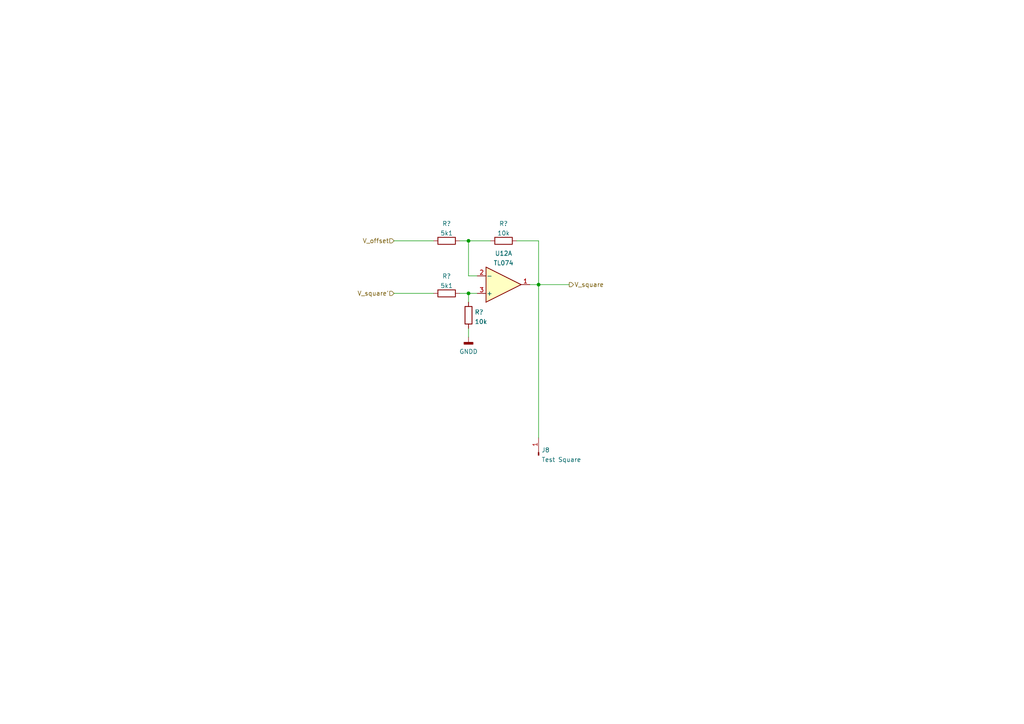
<source format=kicad_sch>
(kicad_sch (version 20211123) (generator eeschema)
  (paper "A4")
  (lib_symbols
    (symbol "Amplifier_Operational:TL074" (pin_names (offset 0.127))
      (property "Reference" "U" (at 0 5.08 0))
      (property "Value" "TL074" (at 0 -5.08 0))
      (symbol "TL074_1_1"
        (polyline (pts (xy -5.08 5.08) (xy 5.08 0) (xy -5.08 -5.08) (xy -5.08 5.08)) (stroke (width 0.254)) (fill (type background)))
        (pin output line (at 7.62 0 180) (length 2.54) (name "~") (number "1"))
        (pin input line (at -7.62 -2.54 0) (length 2.54) (name "-") (number "2"))
        (pin input line (at -7.62 2.54 0) (length 2.54) (name "+") (number "3"))
      )
      (symbol "TL074_2_1"
        (polyline (pts (xy -5.08 5.08) (xy 5.08 0) (xy -5.08 -5.08) (xy -5.08 5.08)) (stroke (width 0.254)) (fill (type background)))
        (pin input line (at -7.62 2.54 0) (length 2.54) (name "+") (number "5"))
        (pin input line (at -7.62 -2.54 0) (length 2.54) (name "-") (number "6"))
        (pin output line (at 7.62 0 180) (length 2.54) (name "~") (number "7"))
      )
      (symbol "TL074_3_1"
        (polyline (pts (xy -5.08 5.08) (xy 5.08 0) (xy -5.08 -5.08) (xy -5.08 5.08)) (stroke (width 0.254)) (fill (type background)))
        (pin input line (at -7.62 2.54 0) (length 2.54) (name "+") (number "10"))
        (pin output line (at 7.62 0 180) (length 2.54) (name "~") (number "8"))
        (pin input line (at -7.62 -2.54 0) (length 2.54) (name "-") (number "9"))
      )
      (symbol "TL074_4_1"
        (polyline (pts (xy -5.08 5.08) (xy 5.08 0) (xy -5.08 -5.08) (xy -5.08 5.08)) (stroke (width 0.254)) (fill (type background)))
        (pin input line (at -7.62 2.54 0) (length 2.54) (name "+") (number "12"))
        (pin input line (at -7.62 -2.54 0) (length 2.54) (name "-") (number "13"))
        (pin output line (at 7.62 0 180) (length 2.54) (name "~") (number "14"))
      )
      (symbol "TL074_5_1"
        (pin power_in line (at -2.54 -7.62 90) (length 3.81) (name "V-") (number "11"))
        (pin power_in line (at -2.54 7.62 270) (length 3.81) (name "V+") (number "4"))
      )
    )
    (symbol "Connector:Conn_01x01_Male" (pin_names (offset 1.016) hide)
      (property "Reference" "J" (at 0 2.54 0))
      (property "Value" "Conn_01x01_Male" (at 0 -2.54 0))
      (symbol "Conn_01x01_Male_1_1"
        (polyline (pts (xy 1.27 0) (xy 0.8636 0)) (stroke (width 0.1524)))
        (rectangle (start 0.8636 0.127) (end 0 -0.127) (stroke (width 0.1524)) (fill (type outline)))
        (pin passive line (at 5.08 0 180) (length 3.81) (name "Pin_1") (number "1"))
      )
    )
    (symbol "Device:R" (pin_numbers hide) (pin_names (offset 0))
      (property "Reference" "R" (at 2.032 0 90))
      (property "Value" "R" (at 0 0 90))
      (symbol "R_0_1"
        (rectangle (start -1.016 -2.54) (end 1.016 2.54) (stroke (width 0.254)))
      )
      (symbol "R_1_1"
        (pin passive line (at 0 3.81 270) (length 1.27) (name "~") (number "1"))
        (pin passive line (at 0 -3.81 90) (length 1.27) (name "~") (number "2"))
      )
    )
    (symbol "power:GNDD" (power) (pin_names (offset 0))
      (property "Value" "GNDD" (at 0 -3.175 0))
      (symbol "GNDD_0_1"
        (rectangle (start -1.27 -1.524) (end 1.27 -2.032) (stroke (width 0.254)) (fill (type outline)))
        (polyline (pts (xy 0 0) (xy 0 -1.524)))
      )
      (symbol "GNDD_1_1"
        (pin power_in line (at 0 0 270) (length 0) hide (name "GNDD") (number "1"))
      )
    )
  )
  (junction (at 156.21 82.55))
  (junction (at 135.89 69.85))
  (junction (at 135.89 85.09))
  (wire (pts (xy 135.89 69.85) (xy 135.89 80.01)))
  (wire (pts (xy 135.89 95.25) (xy 135.89 97.79)))
  (wire (pts (xy 135.89 80.01) (xy 138.43 80.01)))
  (wire (pts (xy 114.3 85.09) (xy 125.73 85.09)))
  (wire (pts (xy 156.21 69.85) (xy 156.21 82.55)))
  (wire (pts (xy 156.21 82.55) (xy 165.1 82.55)))
  (wire (pts (xy 114.3 69.85) (xy 125.73 69.85)))
  (wire (pts (xy 149.86 69.85) (xy 156.21 69.85)))
  (wire (pts (xy 133.35 69.85) (xy 135.89 69.85)))
  (wire (pts (xy 156.21 82.55) (xy 156.21 127)))
  (wire (pts (xy 135.89 69.85) (xy 142.24 69.85)))
  (wire (pts (xy 133.35 85.09) (xy 135.89 85.09)))
  (wire (pts (xy 153.67 82.55) (xy 156.21 82.55)))
  (wire (pts (xy 135.89 85.09) (xy 135.89 87.63)))
  (wire (pts (xy 135.89 85.09) (xy 138.43 85.09)))
  (hierarchical_label "V_square" (shape output) (at 165.1 82.55 0))
  (hierarchical_label "V_offset" (shape input) (at 114.3 69.85 180))
  (hierarchical_label "V_square'" (shape input) (at 114.3 85.09 180))
  (symbol (lib_id "Amplifier_Operational:TL074") (at 146.05 82.55 0) (mirror x) (unit 1)
    (property "Reference" "U12" (at 146.05 73.5035 0))
    (property "Value" "TL074" (at 146.05 76.2786 0))
    (property "Footprint" "Package_DIP:DIP-14_W7.62mm_Socket" (effects hide))
    (property "Datasheet" "http://www.ti.com/lit/ds/symlink/tl071.pdf" (effects hide))
  )
  (symbol (lib_id "Device:R") (at 135.89 91.44 0) (mirror y) (unit 1)
    (property "Reference" "R?" (at 137.668 90.5315 0) (effects (justify right)))
    (property "Value" "10k" (at 137.668 93.3066 0) (effects (justify right)))
  )
  (symbol (lib_id "Device:R") (at 146.05 69.85 270) (mirror x) (unit 1)
    (property "Reference" "R?" (at 146.05 64.8675 90))
    (property "Value" "10k" (at 146.05 67.6426 90))
  )
  (symbol (lib_id "Device:R") (at 129.54 69.85 90) (unit 1)
    (property "Reference" "R?" (at 129.54 64.8675 90))
    (property "Value" "5k1" (at 129.54 67.6426 90))
  )
  (symbol (lib_id "Connector:Conn_01x01_Male") (at 156.21 132.08 90) (unit 1)
    (property "Reference" "J8" (at 157.0482 130.5365 90) (effects (justify right)))
    (property "Value" "Test Square" (at 157.0482 133.3116 90) (effects (justify right)))
    (property "Footprint" "Connector_PinHeader_2.54mm:PinHeader_1x01_P2.54mm_Vertical" (effects hide))
  )
  (symbol (lib_id "power:GNDD") (at 135.89 97.79 0) (unit 1)
    (property "Reference" "#PWR066" (effects hide))
    (property "Value" "GNDD" (at 135.89 101.9715 0))
  )
  (symbol (lib_id "Device:R") (at 129.54 85.09 270) (mirror x) (unit 1)
    (property "Reference" "R?" (at 129.54 80.1075 90))
    (property "Value" "5k1" (at 129.54 82.8826 90))
  )
)
</source>
